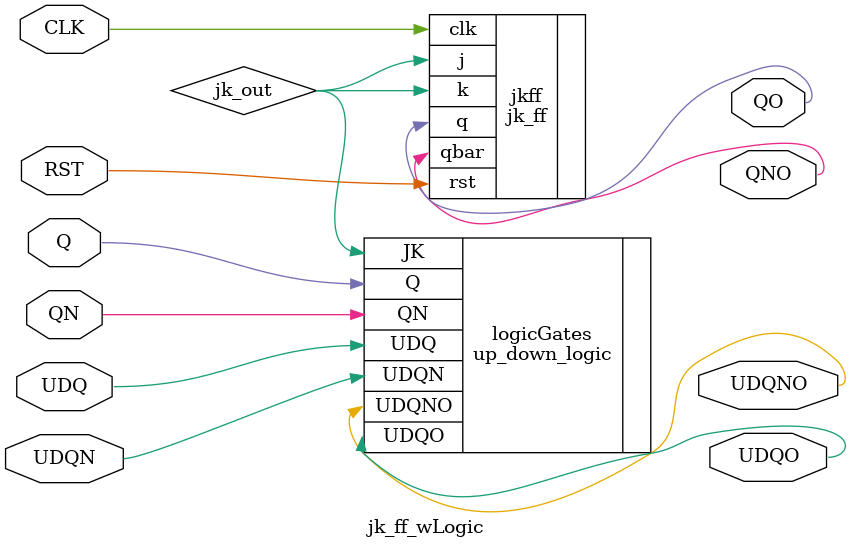
<source format=sv>
`timescale 1ns / 1ps


module jk_ff_wLogic(
    input CLK,
    input UDQ,
    input Q,
    input UDQN,
    input QN,
    input RST,
    output UDQO,
    output QO,
    output UDQNO,
    output QNO
    );
    
    logic jk_out;
    
    up_down_logic logicGates (.Q(Q), .UDQ(UDQ), .QN(QN), .UDQN(UDQN), .UDQO(UDQO), .UDQNO(UDQNO), .JK(jk_out));
    jk_ff jkff (.j(jk_out), .k(jk_out), .clk(CLK), .rst(RST), .q(QO), .qbar(QNO));
    
endmodule

</source>
